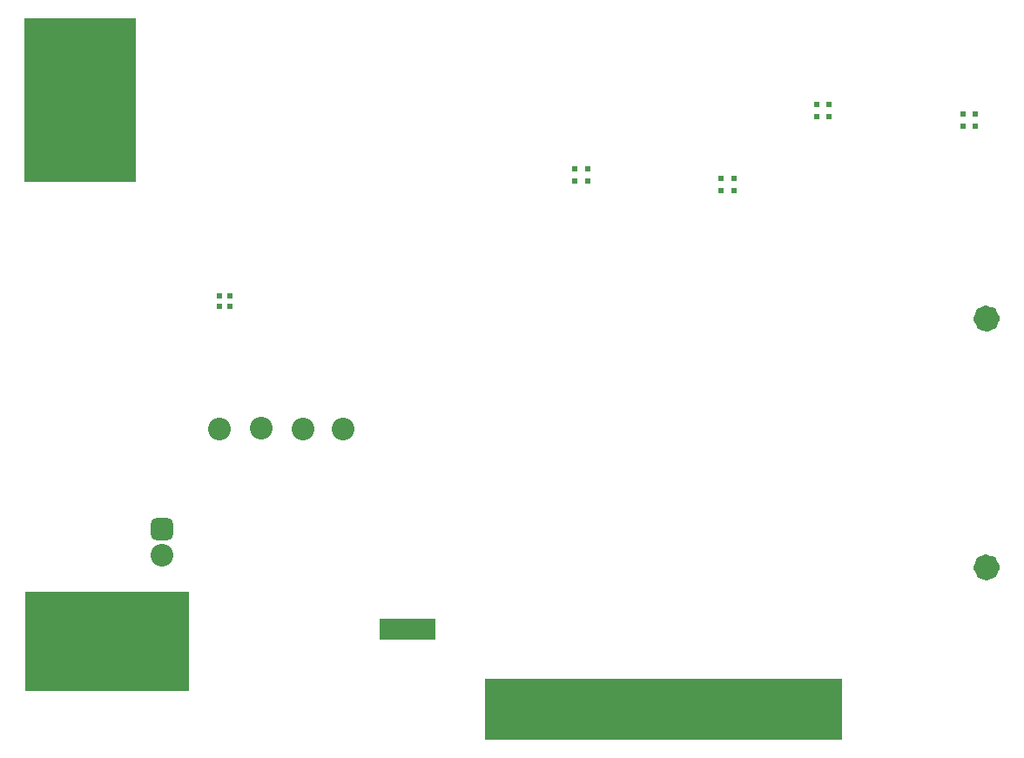
<source format=gbs>
G04*
G04 #@! TF.GenerationSoftware,Altium Limited,Altium Designer,19.1.9 (167)*
G04*
G04 Layer_Color=16711935*
%FSLAX24Y24*%
%MOIN*%
G70*
G01*
G75*
%ADD72R,0.4252X0.6299*%
%ADD73R,0.6309X0.3829*%
%ADD75R,0.2165X0.0787*%
%ADD76R,1.3701X0.2352*%
%ADD90R,0.0356X0.1734*%
%ADD91R,0.0356X0.1340*%
G04:AMPARAMS|DCode=125|XSize=86.7mil|YSize=86.7mil|CornerRadius=23.7mil|HoleSize=0mil|Usage=FLASHONLY|Rotation=270.000|XOffset=0mil|YOffset=0mil|HoleType=Round|Shape=RoundedRectangle|*
%AMROUNDEDRECTD125*
21,1,0.0867,0.0394,0,0,270.0*
21,1,0.0394,0.0867,0,0,270.0*
1,1,0.0474,-0.0197,-0.0197*
1,1,0.0474,-0.0197,0.0197*
1,1,0.0474,0.0197,0.0197*
1,1,0.0474,0.0197,-0.0197*
%
%ADD125ROUNDEDRECTD125*%
%ADD126C,0.0867*%
%ADD127C,0.2049*%
%ADD156C,0.0492*%
%ADD157C,0.0237*%
G54D72*
X13937Y36220D02*
D03*
G54D73*
X14966Y15497D02*
D03*
G54D75*
X26476Y15945D02*
D03*
G54D76*
X36280Y12889D02*
D03*
G54D90*
X37264Y13189D02*
D03*
X35689D02*
D03*
X31358D02*
D03*
X30571D02*
D03*
X33327D02*
D03*
X32146D02*
D03*
X31752D02*
D03*
X36083D02*
D03*
X34902D02*
D03*
X32539D02*
D03*
X33720D02*
D03*
X30965D02*
D03*
X30177D02*
D03*
X35295D02*
D03*
X36476D02*
D03*
X32933D02*
D03*
X36870D02*
D03*
X40020D02*
D03*
X38051D02*
D03*
X39232D02*
D03*
X38445D02*
D03*
X41201D02*
D03*
X42382D02*
D03*
X40807D02*
D03*
X40413D02*
D03*
X42776D02*
D03*
X37657D02*
D03*
X38839D02*
D03*
X39626D02*
D03*
X41988D02*
D03*
X41594D02*
D03*
G54D91*
X29783Y13386D02*
D03*
G54D125*
X17061Y19795D02*
D03*
G54D126*
Y18794D02*
D03*
X20866Y23642D02*
D03*
X22461Y23632D02*
D03*
X19291Y23622D02*
D03*
X24016D02*
D03*
G54D127*
X14764Y36713D02*
D03*
X14764Y34390D02*
D03*
Y15492D02*
D03*
G54D156*
X48898Y27854D02*
G03*
X48898Y27854I-256J0D01*
G01*
X48898Y18327D02*
G03*
X48898Y18327I-256J0D01*
G01*
G54D157*
X19675Y28337D02*
D03*
X19282D02*
D03*
Y28730D02*
D03*
X19675D02*
D03*
X33366Y33130D02*
D03*
X47736Y35689D02*
D03*
X33366Y33602D02*
D03*
X32894Y33130D02*
D03*
Y33602D02*
D03*
X38494Y32756D02*
D03*
Y33228D02*
D03*
X38967D02*
D03*
X42136Y36063D02*
D03*
X42608D02*
D03*
X42136Y35591D02*
D03*
X42608D02*
D03*
X38967Y32756D02*
D03*
X47736Y35217D02*
D03*
X48209D02*
D03*
Y35689D02*
D03*
M02*

</source>
